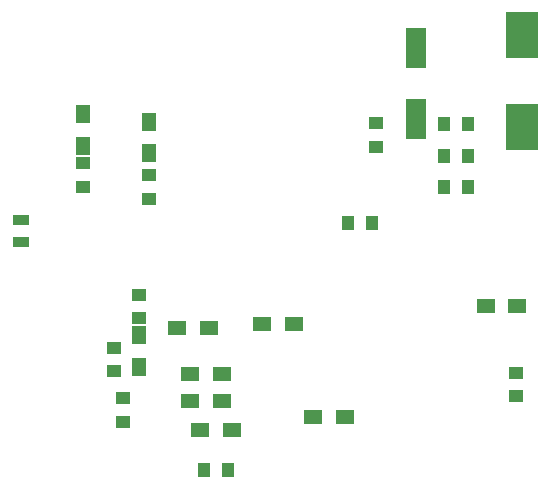
<source format=gbp>
%FSLAX46Y46*%
G04 Gerber Fmt 4.6, Leading zero omitted, Abs format (unit mm)*
G04 Created by KiCad (PCBNEW (2014-10-27 BZR 5228)-product) date 22/05/2015 08:20:28*
%MOMM*%
G01*
G04 APERTURE LIST*
%ADD10C,0.100000*%
%ADD11R,1.250000X1.000000*%
%ADD12R,1.000000X1.250000*%
%ADD13R,1.397000X0.889000*%
%ADD14R,1.300000X1.500000*%
%ADD15R,1.500000X1.300000*%
%ADD16R,2.700020X4.000500*%
%ADD17R,1.800860X3.500120*%
G04 APERTURE END LIST*
D10*
D11*
X145400000Y-69450000D03*
X145400000Y-71450000D03*
X146800000Y-62700000D03*
X146800000Y-60700000D03*
X142000000Y-51600000D03*
X142000000Y-49600000D03*
X147600000Y-50600000D03*
X147600000Y-52600000D03*
D12*
X174600000Y-51600000D03*
X172600000Y-51600000D03*
D11*
X166850000Y-48200000D03*
X166850000Y-46200000D03*
D12*
X174600000Y-49000000D03*
X172600000Y-49000000D03*
X166450000Y-54650000D03*
X164450000Y-54650000D03*
D13*
X136800000Y-56252500D03*
X136800000Y-54347500D03*
D14*
X146800000Y-64150000D03*
X146800000Y-66850000D03*
X147600000Y-46050000D03*
X147600000Y-48750000D03*
X142000000Y-45450000D03*
X142000000Y-48150000D03*
D15*
X153750000Y-67400000D03*
X151050000Y-67400000D03*
X152650000Y-63500000D03*
X149950000Y-63500000D03*
X159850000Y-63200000D03*
X157150000Y-63200000D03*
D12*
X154300000Y-75550000D03*
X152300000Y-75550000D03*
D15*
X153800000Y-69700000D03*
X151100000Y-69700000D03*
D16*
X179200000Y-38761260D03*
X179200000Y-46538740D03*
D17*
X170200000Y-39800260D03*
X170200000Y-45799740D03*
D15*
X178800000Y-61700000D03*
X176100000Y-61700000D03*
D12*
X174600000Y-46250000D03*
X172600000Y-46250000D03*
D15*
X164200000Y-71100000D03*
X161500000Y-71100000D03*
X151950000Y-72200000D03*
X154650000Y-72200000D03*
D11*
X178650000Y-67300000D03*
X178650000Y-69300000D03*
X144600000Y-67200000D03*
X144600000Y-65200000D03*
M02*

</source>
